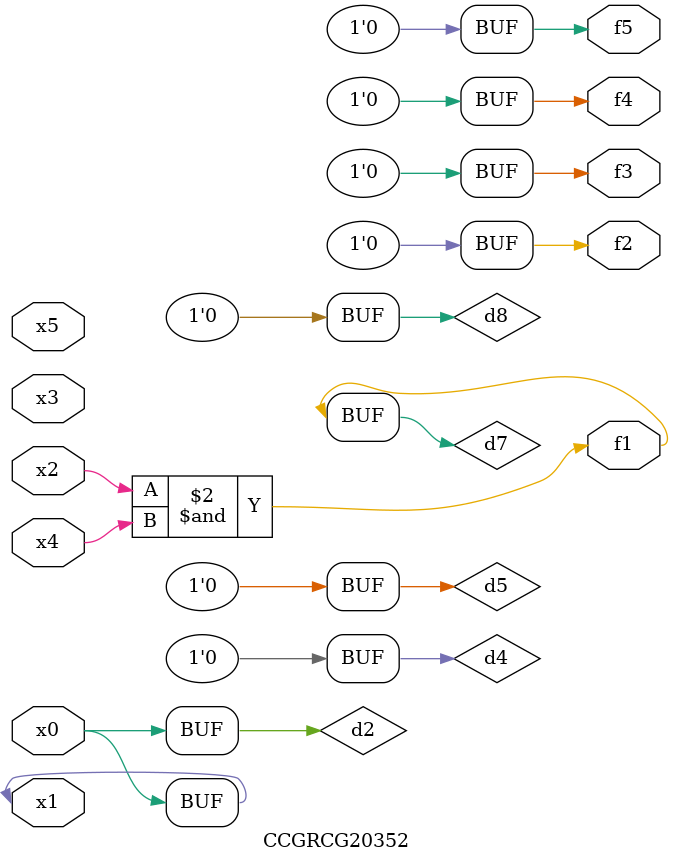
<source format=v>
module CCGRCG20352(
	input x0, x1, x2, x3, x4, x5,
	output f1, f2, f3, f4, f5
);

	wire d1, d2, d3, d4, d5, d6, d7, d8, d9;

	nand (d1, x1);
	buf (d2, x0, x1);
	nand (d3, x2, x4);
	and (d4, d1, d2);
	and (d5, d1, d2);
	nand (d6, d1, d3);
	not (d7, d3);
	xor (d8, d5);
	nor (d9, d5, d6);
	assign f1 = d7;
	assign f2 = d8;
	assign f3 = d8;
	assign f4 = d8;
	assign f5 = d8;
endmodule

</source>
